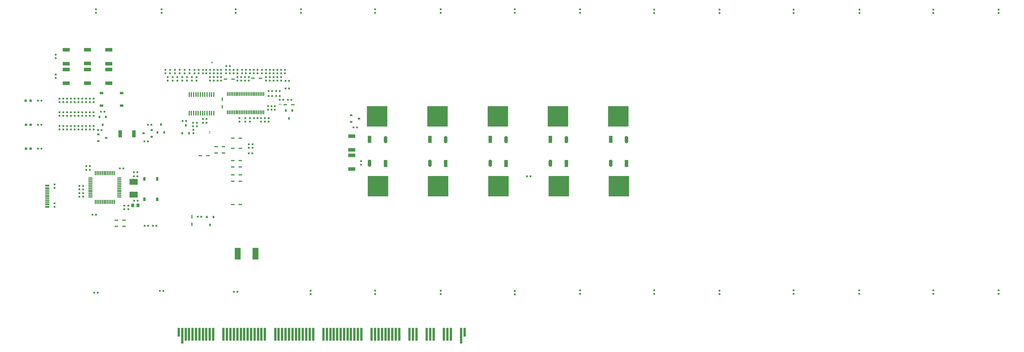
<source format=gbp>
G04*
G04 #@! TF.GenerationSoftware,Altium Limited,Altium Designer,18.1.7 (191)*
G04*
G04 Layer_Color=128*
%FSLAX44Y44*%
%MOMM*%
G71*
G01*
G75*
%ADD14R,0.8000X0.8000*%
%ADD15R,0.2000X0.6000*%
%ADD16R,0.6000X0.2000*%
%ADD17R,1.1500X0.6000*%
%ADD18R,1.1500X0.3000*%
%ADD19R,0.7000X3.8000*%
%ADD20R,0.7000X2.6000*%
%ADD21R,0.7000X4.6000*%
%ADD83R,6.0000X6.0000*%
%ADD88R,0.6000X0.6000*%
%ADD89R,1.1000X0.7000*%
%ADD90R,0.6000X0.6000*%
%ADD91R,0.4500X1.0000*%
%ADD92R,2.4000X1.7000*%
%ADD93R,0.8000X0.5500*%
%ADD94R,1.2000X0.3000*%
%ADD95R,0.3000X1.2000*%
%ADD96R,0.3000X1.4500*%
%ADD97R,0.5500X0.8000*%
%ADD98R,0.7000X1.1000*%
%ADD99R,1.8000X3.4000*%
G04:AMPARAMS|DCode=100|XSize=2mm|YSize=1mm|CornerRadius=0mm|HoleSize=0mm|Usage=FLASHONLY|Rotation=270.000|XOffset=0mm|YOffset=0mm|HoleType=Round|Shape=Octagon|*
%AMOCTAGOND100*
4,1,8,-0.2500,-1.0000,0.2500,-1.0000,0.5000,-0.7500,0.5000,0.7500,0.2500,1.0000,-0.2500,1.0000,-0.5000,0.7500,-0.5000,-0.7500,-0.2500,-1.0000,0.0*
%
%ADD100OCTAGOND100*%

%ADD101R,1.0000X2.0000*%
%ADD102R,0.9300X0.9800*%
%ADD103R,1.0000X0.4500*%
%ADD104R,1.1000X2.0000*%
%ADD105R,2.0000X1.1000*%
%ADD106O,0.3500X1.3500*%
D14*
X550826Y1558000D02*
D03*
X564826D02*
D03*
X551000Y1488000D02*
D03*
X565000D02*
D03*
X551000Y1418000D02*
D03*
X565000D02*
D03*
D15*
X1093500Y1669000D02*
D03*
X1089500D02*
D03*
X1287000Y1547000D02*
D03*
X1291000D02*
D03*
D16*
X1085000Y1464000D02*
D03*
Y1468000D02*
D03*
D17*
X612970Y1311000D02*
D03*
X613000Y1303500D02*
D03*
X612970Y1256500D02*
D03*
Y1249000D02*
D03*
D18*
Y1297500D02*
D03*
Y1292500D02*
D03*
Y1287500D02*
D03*
X613000Y1282500D02*
D03*
X612970Y1277500D02*
D03*
Y1272500D02*
D03*
Y1267500D02*
D03*
Y1262500D02*
D03*
D19*
X1215000Y878500D02*
D03*
X1245000D02*
D03*
X1235000D02*
D03*
X1225000D02*
D03*
X1355000Y878500D02*
D03*
X1345000D02*
D03*
X1495000D02*
D03*
X1515000D02*
D03*
X1485000D02*
D03*
X1505000D02*
D03*
X1615000D02*
D03*
X1625000D02*
D03*
X1675000Y878500D02*
D03*
X1665000D02*
D03*
X1735000D02*
D03*
X1715000D02*
D03*
X1725000D02*
D03*
X1765000D02*
D03*
X1775000D02*
D03*
X1785000D02*
D03*
X1685000D02*
D03*
X1605000Y878500D02*
D03*
X1585000D02*
D03*
X1565000D02*
D03*
X1525000D02*
D03*
X1465000D02*
D03*
X1445000D02*
D03*
X1425000D02*
D03*
X1365000D02*
D03*
X1385000D02*
D03*
X1325000Y878500D02*
D03*
X1195000D02*
D03*
X1175000D02*
D03*
X1155000D02*
D03*
X1075000Y878500D02*
D03*
X1095000D02*
D03*
X1135000Y878500D02*
D03*
X1055000Y878500D02*
D03*
X1015000D02*
D03*
X1035000D02*
D03*
X1635000Y878500D02*
D03*
X1595000Y878500D02*
D03*
X1575000D02*
D03*
X1555000D02*
D03*
X1475000D02*
D03*
X1455000D02*
D03*
X1435000D02*
D03*
X1415000D02*
D03*
X1375000D02*
D03*
X1335000D02*
D03*
X1315000Y878500D02*
D03*
X1305000D02*
D03*
X1295000D02*
D03*
X1285000D02*
D03*
X1275000D02*
D03*
X1205000D02*
D03*
X1185000D02*
D03*
X1165000D02*
D03*
X1145000D02*
D03*
X1125000D02*
D03*
X1085000Y878500D02*
D03*
X1065000D02*
D03*
X1045000D02*
D03*
X1025000D02*
D03*
D20*
X1825000Y884000D02*
D03*
X995000D02*
D03*
D21*
X1815000Y874000D02*
D03*
X1005000D02*
D03*
D83*
X2270933Y1512000D02*
D03*
X2272933Y1309000D02*
D03*
X2095933Y1512000D02*
D03*
X2097933Y1309000D02*
D03*
X1920933Y1512000D02*
D03*
X1922933Y1309000D02*
D03*
X1745933Y1512000D02*
D03*
X1747933Y1309000D02*
D03*
X1570933Y1512000D02*
D03*
X1572933Y1309000D02*
D03*
D88*
X895920Y1194000D02*
D03*
X906080D02*
D03*
X919920D02*
D03*
X930080D02*
D03*
X779080Y1526000D02*
D03*
X768920D02*
D03*
X1049920Y1220000D02*
D03*
X1060080D02*
D03*
X1154920Y1002000D02*
D03*
X1165080D02*
D03*
X950080Y1004000D02*
D03*
X939920D02*
D03*
X749920Y999000D02*
D03*
X760080D02*
D03*
X2016080Y1338000D02*
D03*
X2005920D02*
D03*
X1064920Y1505000D02*
D03*
X1075080D02*
D03*
X1304853Y1594000D02*
D03*
X1315013D02*
D03*
X1277853Y1586000D02*
D03*
X1288013D02*
D03*
X1298080Y1561000D02*
D03*
X1287920D02*
D03*
X1322080D02*
D03*
X1311920D02*
D03*
X1288080Y1572000D02*
D03*
X1277920D02*
D03*
X1253853Y1532000D02*
D03*
X1264013D02*
D03*
X1253853Y1542000D02*
D03*
X1264013D02*
D03*
X595906Y1558000D02*
D03*
X585746D02*
D03*
X595906Y1488000D02*
D03*
X585746D02*
D03*
X595906Y1418000D02*
D03*
X585746D02*
D03*
X1208080Y1405000D02*
D03*
X1197920D02*
D03*
X1501920Y1480000D02*
D03*
X1512080D02*
D03*
X744853Y1226000D02*
D03*
X755013D02*
D03*
X737080Y1368000D02*
D03*
X726920D02*
D03*
X771080Y1473000D02*
D03*
X760920D02*
D03*
X1064920Y1494000D02*
D03*
X1075080D02*
D03*
X1304920Y1616000D02*
D03*
X1315080D02*
D03*
X1255853Y1586000D02*
D03*
X1266013D02*
D03*
Y1572000D02*
D03*
X1255853D02*
D03*
X1143080Y1659000D02*
D03*
X1132920D02*
D03*
X1213853Y1507000D02*
D03*
X1224013D02*
D03*
X915580Y1487500D02*
D03*
X905420D02*
D03*
X875013Y1350000D02*
D03*
X864853D02*
D03*
X895420Y1440000D02*
D03*
X905580D02*
D03*
X834080Y1361000D02*
D03*
X823920D02*
D03*
X726920Y1357000D02*
D03*
X737080D02*
D03*
X876013Y1267000D02*
D03*
X865853D02*
D03*
X875013Y1338000D02*
D03*
X864853D02*
D03*
X1005853Y1499000D02*
D03*
X1016013D02*
D03*
D89*
X770500Y1580500D02*
D03*
X829500D02*
D03*
Y1543500D02*
D03*
X770500D02*
D03*
D90*
X638000Y1623920D02*
D03*
Y1634080D02*
D03*
Y1681920D02*
D03*
Y1692080D02*
D03*
X2375000Y1812920D02*
D03*
Y1823080D02*
D03*
Y1006080D02*
D03*
Y995920D02*
D03*
X2565000Y1005080D02*
D03*
Y994920D02*
D03*
Y1812920D02*
D03*
Y1823080D02*
D03*
X2780000Y1812920D02*
D03*
Y1823080D02*
D03*
Y1006080D02*
D03*
Y995920D02*
D03*
X2971000Y1812920D02*
D03*
Y1823080D02*
D03*
X2970000Y1006080D02*
D03*
Y995920D02*
D03*
X3185000Y1812920D02*
D03*
Y1823080D02*
D03*
Y1006080D02*
D03*
Y995920D02*
D03*
X3375000Y1812920D02*
D03*
Y1823080D02*
D03*
Y995920D02*
D03*
Y1006080D02*
D03*
X2160000Y1813920D02*
D03*
Y1824080D02*
D03*
Y1006080D02*
D03*
Y995920D02*
D03*
X1970000Y1813920D02*
D03*
Y1824080D02*
D03*
Y1004080D02*
D03*
Y993920D02*
D03*
X1755000Y1813920D02*
D03*
Y1824080D02*
D03*
Y1005080D02*
D03*
Y994920D02*
D03*
X1565000Y1813920D02*
D03*
Y1824080D02*
D03*
Y1005080D02*
D03*
Y994920D02*
D03*
X1350000Y1813920D02*
D03*
Y1824080D02*
D03*
X1378000Y1005080D02*
D03*
Y994920D02*
D03*
X1160000Y1813920D02*
D03*
Y1824080D02*
D03*
X945000Y1813920D02*
D03*
Y1824080D02*
D03*
X755000Y1813920D02*
D03*
Y1824080D02*
D03*
X998000Y1648080D02*
D03*
Y1637920D02*
D03*
X991000Y1627080D02*
D03*
Y1616920D02*
D03*
X984000Y1648080D02*
D03*
Y1637920D02*
D03*
X977000Y1627080D02*
D03*
Y1616920D02*
D03*
X970000Y1648160D02*
D03*
Y1638000D02*
D03*
X963000Y1627080D02*
D03*
Y1616920D02*
D03*
X956000Y1648080D02*
D03*
Y1637920D02*
D03*
X1005000Y1627080D02*
D03*
Y1616920D02*
D03*
X1012000Y1648080D02*
D03*
Y1637920D02*
D03*
X1019000Y1627080D02*
D03*
Y1616920D02*
D03*
X1026000Y1648080D02*
D03*
Y1637920D02*
D03*
X1033000Y1627080D02*
D03*
Y1616920D02*
D03*
X1041000Y1648080D02*
D03*
Y1637920D02*
D03*
X1047000Y1627080D02*
D03*
Y1616920D02*
D03*
X1053000Y1648080D02*
D03*
Y1637920D02*
D03*
X648933Y1484080D02*
D03*
Y1473920D02*
D03*
X659933Y1484080D02*
D03*
Y1473920D02*
D03*
X670933Y1484080D02*
D03*
Y1473920D02*
D03*
X681933Y1484080D02*
D03*
Y1473920D02*
D03*
X692933Y1484080D02*
D03*
Y1473920D02*
D03*
X703933Y1484080D02*
D03*
Y1473920D02*
D03*
X714933Y1484080D02*
D03*
Y1473920D02*
D03*
X725933Y1484080D02*
D03*
Y1473920D02*
D03*
X736933Y1484080D02*
D03*
Y1473920D02*
D03*
X747933Y1484080D02*
D03*
Y1473920D02*
D03*
X648933Y1524080D02*
D03*
Y1513920D02*
D03*
X659933Y1524080D02*
D03*
Y1513920D02*
D03*
X670933Y1524080D02*
D03*
Y1513920D02*
D03*
X681933Y1524080D02*
D03*
Y1513920D02*
D03*
X692933Y1524080D02*
D03*
Y1513920D02*
D03*
X703933Y1524080D02*
D03*
Y1513920D02*
D03*
X714933Y1524080D02*
D03*
Y1513920D02*
D03*
X725933Y1524080D02*
D03*
Y1513920D02*
D03*
X736933Y1524080D02*
D03*
Y1513920D02*
D03*
X747933Y1524080D02*
D03*
Y1513920D02*
D03*
X648933Y1564080D02*
D03*
Y1553920D02*
D03*
X659933Y1564080D02*
D03*
Y1553920D02*
D03*
X670933Y1564080D02*
D03*
Y1553920D02*
D03*
X681940Y1564077D02*
D03*
Y1553918D02*
D03*
X692933Y1564080D02*
D03*
Y1553920D02*
D03*
X703933Y1564080D02*
D03*
Y1553920D02*
D03*
X714933Y1564080D02*
D03*
Y1553920D02*
D03*
X725933Y1564080D02*
D03*
Y1553920D02*
D03*
X736933Y1564080D02*
D03*
Y1553920D02*
D03*
X747933Y1564080D02*
D03*
Y1553920D02*
D03*
X1085933Y1627080D02*
D03*
Y1616920D02*
D03*
X1096933Y1627080D02*
D03*
Y1616920D02*
D03*
X1107933Y1627080D02*
D03*
Y1616920D02*
D03*
X1117933Y1627080D02*
D03*
Y1616920D02*
D03*
X1131933Y1648080D02*
D03*
Y1637920D02*
D03*
X1142933Y1648080D02*
D03*
Y1637920D02*
D03*
X1164933Y1627080D02*
D03*
Y1616920D02*
D03*
X1175933Y1627080D02*
D03*
Y1616920D02*
D03*
X1186933Y1627080D02*
D03*
Y1616920D02*
D03*
X1197933Y1627080D02*
D03*
Y1616920D02*
D03*
X1223933Y1648080D02*
D03*
Y1637920D02*
D03*
X1235933Y1648080D02*
D03*
Y1637920D02*
D03*
X1247933Y1627080D02*
D03*
Y1616920D02*
D03*
X1258933Y1627080D02*
D03*
Y1616920D02*
D03*
X1269933Y1627080D02*
D03*
Y1616920D02*
D03*
X1280933Y1627080D02*
D03*
Y1616920D02*
D03*
X1291933Y1627080D02*
D03*
Y1616920D02*
D03*
X1209000Y1431080D02*
D03*
Y1420920D02*
D03*
X1198000D02*
D03*
Y1431080D02*
D03*
X634000Y1303920D02*
D03*
Y1314080D02*
D03*
Y1259080D02*
D03*
Y1248920D02*
D03*
X706000Y1278920D02*
D03*
Y1289080D02*
D03*
X717000Y1278920D02*
D03*
Y1289080D02*
D03*
X836933Y1241920D02*
D03*
Y1252080D02*
D03*
X706000Y1310080D02*
D03*
Y1299920D02*
D03*
X717000Y1310080D02*
D03*
Y1299920D02*
D03*
X1036933Y1494080D02*
D03*
Y1483920D02*
D03*
X1256000Y1507080D02*
D03*
Y1496920D02*
D03*
X1524000Y1371920D02*
D03*
Y1382080D02*
D03*
X1244933Y1496920D02*
D03*
Y1507080D02*
D03*
X1233933Y1497000D02*
D03*
Y1507160D02*
D03*
X1273933Y1542080D02*
D03*
Y1531920D02*
D03*
X1064933Y1648080D02*
D03*
Y1637920D02*
D03*
X1074933Y1638000D02*
D03*
Y1648160D02*
D03*
X1085933Y1637920D02*
D03*
Y1648080D02*
D03*
X1096933Y1637920D02*
D03*
Y1648080D02*
D03*
X1107933Y1637920D02*
D03*
Y1648080D02*
D03*
X1117933Y1637920D02*
D03*
Y1648080D02*
D03*
X1153933Y1637920D02*
D03*
Y1648080D02*
D03*
X1164933Y1637920D02*
D03*
Y1648080D02*
D03*
X1178933Y1648080D02*
D03*
Y1637920D02*
D03*
X1189933Y1648080D02*
D03*
Y1637920D02*
D03*
X1201933Y1648080D02*
D03*
Y1637920D02*
D03*
X1212933Y1648080D02*
D03*
Y1637920D02*
D03*
X1247933D02*
D03*
Y1648080D02*
D03*
X1258933Y1637920D02*
D03*
Y1648080D02*
D03*
X1269933Y1637920D02*
D03*
Y1648080D02*
D03*
X1280933Y1637920D02*
D03*
Y1648080D02*
D03*
X1291933Y1637840D02*
D03*
Y1648000D02*
D03*
X1303000Y1648080D02*
D03*
Y1637920D02*
D03*
X1201933Y1507080D02*
D03*
Y1496920D02*
D03*
X1170933D02*
D03*
Y1507080D02*
D03*
X1187933Y1496920D02*
D03*
Y1507080D02*
D03*
X848933Y1241920D02*
D03*
Y1252080D02*
D03*
X1047933Y1494080D02*
D03*
Y1483920D02*
D03*
X1037000Y1462920D02*
D03*
Y1473080D02*
D03*
D91*
X1033000Y1198000D02*
D03*
Y1220000D02*
D03*
X1120933Y1540000D02*
D03*
Y1562000D02*
D03*
D92*
X863933Y1284500D02*
D03*
Y1321500D02*
D03*
D93*
X892933Y1463000D02*
D03*
X915933Y1453500D02*
D03*
Y1472500D02*
D03*
X1518500Y1506000D02*
D03*
X1495500Y1515500D02*
D03*
Y1496500D02*
D03*
X784433Y1450000D02*
D03*
X761433Y1459500D02*
D03*
Y1440500D02*
D03*
D94*
X822183Y1332750D02*
D03*
X822183Y1327750D02*
D03*
X822183Y1322750D02*
D03*
X822183Y1317750D02*
D03*
Y1312750D02*
D03*
Y1307750D02*
D03*
Y1302750D02*
D03*
Y1297750D02*
D03*
X822183Y1292750D02*
D03*
X822183Y1287750D02*
D03*
Y1282750D02*
D03*
Y1277750D02*
D03*
X738683Y1332750D02*
D03*
Y1327750D02*
D03*
Y1322750D02*
D03*
Y1317750D02*
D03*
Y1312750D02*
D03*
Y1307750D02*
D03*
Y1302750D02*
D03*
Y1297750D02*
D03*
Y1292750D02*
D03*
Y1287750D02*
D03*
Y1282750D02*
D03*
Y1277750D02*
D03*
D95*
X807933Y1263500D02*
D03*
X802933D02*
D03*
X797933D02*
D03*
X792933D02*
D03*
X787933D02*
D03*
X782933D02*
D03*
X777933D02*
D03*
X772933D02*
D03*
X767933D02*
D03*
X762933D02*
D03*
X757933D02*
D03*
X752933D02*
D03*
X807933Y1347000D02*
D03*
X802933D02*
D03*
X797933D02*
D03*
X792933D02*
D03*
X787933D02*
D03*
X782933D02*
D03*
X777933D02*
D03*
X772933D02*
D03*
X767933D02*
D03*
X762933D02*
D03*
X757933D02*
D03*
X752933D02*
D03*
D96*
X1051183Y1521500D02*
D03*
X1057683D02*
D03*
X1064183D02*
D03*
X1070683D02*
D03*
X1077183D02*
D03*
X1083683D02*
D03*
X1096683D02*
D03*
X1090183D02*
D03*
X1090133Y1576000D02*
D03*
X1096633D02*
D03*
X1083633D02*
D03*
X1077133D02*
D03*
X1070633D02*
D03*
X1064133D02*
D03*
X1057633D02*
D03*
X1051133D02*
D03*
X1044633D02*
D03*
X1038133D02*
D03*
X1031633D02*
D03*
X1025133D02*
D03*
X1025183Y1521500D02*
D03*
X1031683D02*
D03*
X1038183D02*
D03*
X1044683D02*
D03*
D97*
X943000Y1488500D02*
D03*
X933500Y1465500D02*
D03*
X952500D02*
D03*
X1086000Y1196500D02*
D03*
X1095500Y1219500D02*
D03*
X1076500D02*
D03*
X1315000Y1506500D02*
D03*
X1324500Y1529500D02*
D03*
X1305500D02*
D03*
X1015000Y1486500D02*
D03*
X1005500Y1463500D02*
D03*
X1024500D02*
D03*
X774000Y1487500D02*
D03*
X783500Y1510500D02*
D03*
X764500D02*
D03*
D98*
X895500Y1271500D02*
D03*
Y1330500D02*
D03*
X932500D02*
D03*
Y1271500D02*
D03*
D99*
X1166000Y1113000D02*
D03*
X1218000D02*
D03*
D100*
X2294933Y1444500D02*
D03*
X2248933Y1376500D02*
D03*
X2119933Y1444500D02*
D03*
X2073933Y1376500D02*
D03*
X1944933Y1444500D02*
D03*
X1898933Y1376500D02*
D03*
X1769933Y1444500D02*
D03*
X1723933Y1376500D02*
D03*
X1594933Y1444500D02*
D03*
X1548933Y1376500D02*
D03*
D101*
X2248933Y1445500D02*
D03*
X2294933Y1375500D02*
D03*
X2073933Y1445500D02*
D03*
X2119933Y1375500D02*
D03*
X1898933Y1445500D02*
D03*
X1944933Y1375500D02*
D03*
X1723933Y1445500D02*
D03*
X1769933Y1375500D02*
D03*
X1548933Y1445500D02*
D03*
X1594933Y1375500D02*
D03*
D102*
X861233Y1253000D02*
D03*
X876633D02*
D03*
D103*
X1304000Y1546000D02*
D03*
X1326000D02*
D03*
X1130933Y1621000D02*
D03*
X1152933D02*
D03*
X1209933Y1623000D02*
D03*
X1231933D02*
D03*
X1080000Y1398000D02*
D03*
X1058000D02*
D03*
X1152000Y1256000D02*
D03*
X1174000D02*
D03*
X1103000Y1424000D02*
D03*
X1125000D02*
D03*
X1103000Y1406000D02*
D03*
X1125000D02*
D03*
X1152000Y1449000D02*
D03*
X1174000D02*
D03*
X1152000Y1419000D02*
D03*
X1174000D02*
D03*
X1152000Y1365000D02*
D03*
X1174000D02*
D03*
X1152000Y1384000D02*
D03*
X1174000D02*
D03*
X836000Y1210000D02*
D03*
X814000D02*
D03*
X814000Y1192000D02*
D03*
X836000D02*
D03*
X1174000Y1342000D02*
D03*
X1152000D02*
D03*
X1174000Y1324000D02*
D03*
X1152000D02*
D03*
D104*
X824933Y1462000D02*
D03*
X864933D02*
D03*
D105*
X668000Y1648933D02*
D03*
Y1608933D02*
D03*
X668000Y1706000D02*
D03*
Y1666000D02*
D03*
X730000Y1666067D02*
D03*
Y1706067D02*
D03*
Y1609067D02*
D03*
Y1649067D02*
D03*
X792000Y1649000D02*
D03*
Y1609000D02*
D03*
Y1706000D02*
D03*
Y1666000D02*
D03*
X1497000Y1399000D02*
D03*
Y1359000D02*
D03*
Y1455000D02*
D03*
Y1415000D02*
D03*
D106*
X1241433Y1524250D02*
D03*
X1236433D02*
D03*
X1231433D02*
D03*
X1226433D02*
D03*
X1221433D02*
D03*
X1216433D02*
D03*
X1211433D02*
D03*
X1206433D02*
D03*
X1201433D02*
D03*
X1196433D02*
D03*
X1191433D02*
D03*
X1186433D02*
D03*
X1181433D02*
D03*
X1176433D02*
D03*
X1171433D02*
D03*
X1166433D02*
D03*
X1161433D02*
D03*
X1156433D02*
D03*
X1151433D02*
D03*
X1146433D02*
D03*
X1141433D02*
D03*
X1136433D02*
D03*
X1241433Y1577750D02*
D03*
X1236433D02*
D03*
X1231433D02*
D03*
X1226433D02*
D03*
X1221433D02*
D03*
X1216433D02*
D03*
X1211433D02*
D03*
X1206433D02*
D03*
X1201433D02*
D03*
X1196433D02*
D03*
X1191433D02*
D03*
X1186433D02*
D03*
X1181433D02*
D03*
X1176433D02*
D03*
X1171433D02*
D03*
X1166433D02*
D03*
X1161433D02*
D03*
X1156433D02*
D03*
X1151433D02*
D03*
X1146433D02*
D03*
X1141433D02*
D03*
X1136433D02*
D03*
M02*

</source>
